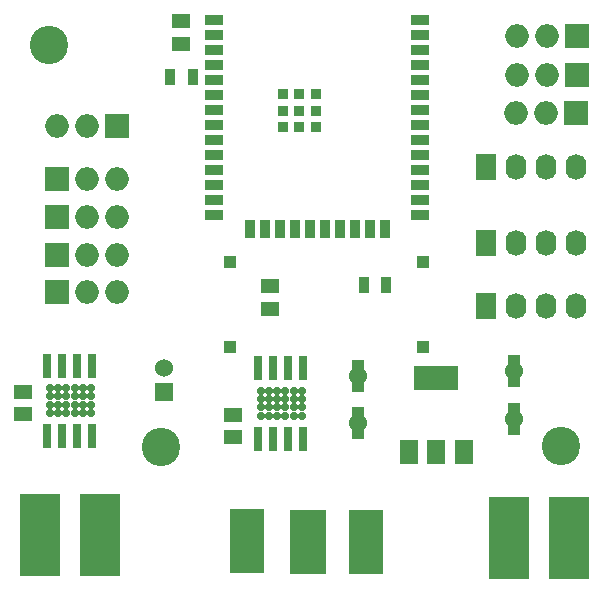
<source format=gbr>
%TF.GenerationSoftware,KiCad,Pcbnew,7.0.1*%
%TF.CreationDate,2023-08-30T15:08:01-03:00*%
%TF.ProjectId,Wakanda_MultiRobot,57616b61-6e64-4615-9f4d-756c7469526f,rev?*%
%TF.SameCoordinates,Original*%
%TF.FileFunction,Soldermask,Top*%
%TF.FilePolarity,Negative*%
%FSLAX46Y46*%
G04 Gerber Fmt 4.6, Leading zero omitted, Abs format (unit mm)*
G04 Created by KiCad (PCBNEW 7.0.1) date 2023-08-30 15:08:01*
%MOMM*%
%LPD*%
G01*
G04 APERTURE LIST*
%ADD10R,1.000760X1.000760*%
%ADD11R,1.498600X1.300480*%
%ADD12R,2.000000X2.000000*%
%ADD13O,2.000000X2.000000*%
%ADD14R,1.750000X2.200000*%
%ADD15O,1.750000X2.200000*%
%ADD16C,0.700000*%
%ADD17R,3.500000X7.000000*%
%ADD18R,1.500000X2.000000*%
%ADD19R,3.800000X2.000000*%
%ADD20C,1.524000*%
%ADD21R,1.000000X2.700000*%
%ADD22R,3.000000X5.500000*%
%ADD23R,3.100000X5.500000*%
%ADD24R,0.711200X2.000000*%
%ADD25C,3.250000*%
%ADD26R,1.524000X1.524000*%
%ADD27R,0.889000X1.397000*%
%ADD28R,1.500000X0.900000*%
%ADD29R,0.900000X1.500000*%
%ADD30R,0.900000X0.900000*%
G04 APERTURE END LIST*
D10*
%TO.C,EN1*%
X158750000Y-88849180D03*
X158750000Y-81650820D03*
%TD*%
D11*
%TO.C,C8*%
X154600000Y-63152500D03*
X154600000Y-61247500D03*
%TD*%
D12*
%TO.C,SW1*%
X149130000Y-70100000D03*
D13*
X146590000Y-70100000D03*
X144050000Y-70100000D03*
%TD*%
D14*
%TO.C,J9*%
X180440000Y-73600000D03*
D15*
X182980000Y-73600000D03*
X185520000Y-73600000D03*
X188060000Y-73600000D03*
%TD*%
D11*
%TO.C,C1*%
X141220000Y-94512500D03*
X141220000Y-92607500D03*
%TD*%
D16*
%TO.C,J12*%
X181500000Y-102880000D03*
X181500000Y-103500000D03*
X181500000Y-104100000D03*
X181500000Y-104720000D03*
X182100000Y-102880000D03*
X182100000Y-103500000D03*
X182100000Y-104100000D03*
X182100000Y-104720000D03*
D17*
X182360000Y-104960000D03*
D16*
X182700000Y-102860000D03*
X182700000Y-103480000D03*
X182700000Y-104080000D03*
X182700000Y-104700000D03*
X183300000Y-102880000D03*
X183300000Y-103500000D03*
X183300000Y-104100000D03*
X183300000Y-104720000D03*
X186600000Y-102880000D03*
X186600000Y-103500000D03*
X186600000Y-104100000D03*
X186600000Y-104720000D03*
X187200000Y-102880000D03*
X187200000Y-103500000D03*
X187200000Y-104100000D03*
X187200000Y-104720000D03*
D17*
X187440000Y-104960000D03*
D16*
X187800000Y-102880000D03*
X187800000Y-103500000D03*
X187800000Y-104100000D03*
X187800000Y-104720000D03*
X188400000Y-102880000D03*
X188400000Y-103500000D03*
X188400000Y-104100000D03*
X188400000Y-104720000D03*
%TD*%
D18*
%TO.C,U4*%
X173900000Y-97750000D03*
X176200000Y-97750000D03*
D19*
X176200000Y-91450000D03*
D18*
X178500000Y-97750000D03*
%TD*%
D12*
%TO.C,J4*%
X144060000Y-74600000D03*
D13*
X146600000Y-74600000D03*
X149140000Y-74600000D03*
%TD*%
D20*
%TO.C,C10*%
X182800000Y-94900000D03*
D21*
X182800000Y-94900000D03*
D20*
X182800000Y-90900000D03*
D21*
X182800000Y-90900000D03*
%TD*%
D12*
%TO.C,J2*%
X144060000Y-84200000D03*
D13*
X146600000Y-84200000D03*
X149140000Y-84200000D03*
%TD*%
D11*
%TO.C,C2*%
X159000000Y-96452500D03*
X159000000Y-94547500D03*
%TD*%
D20*
%TO.C,C9*%
X169600000Y-95300000D03*
D21*
X169600000Y-95300000D03*
D20*
X169600000Y-91300000D03*
D21*
X169600000Y-91300000D03*
%TD*%
D12*
%TO.C,J3*%
X144060000Y-81000000D03*
D13*
X146600000Y-81000000D03*
X149140000Y-81000000D03*
%TD*%
D16*
%TO.C,J1*%
X159240000Y-102930000D03*
X159240000Y-103550000D03*
X159240000Y-104150000D03*
X159240000Y-104770000D03*
X159840000Y-102930000D03*
X159840000Y-103550000D03*
X159840000Y-104150000D03*
X159840000Y-104770000D03*
D22*
X160160000Y-105280000D03*
D16*
X160440000Y-102910000D03*
X160440000Y-103530000D03*
X160440000Y-104130000D03*
X160440000Y-104750000D03*
X161040000Y-102930000D03*
X161040000Y-103550000D03*
X161040000Y-104150000D03*
X161040000Y-104770000D03*
X164340000Y-103010000D03*
X164340000Y-103630000D03*
X164340000Y-104230000D03*
X164340000Y-104850000D03*
X164940000Y-103010000D03*
X164940000Y-103630000D03*
X164940000Y-104230000D03*
X164940000Y-104850000D03*
D23*
X165290000Y-105330000D03*
D16*
X165540000Y-103010000D03*
X165540000Y-103630000D03*
X165540000Y-104230000D03*
X165540000Y-104850000D03*
X166140000Y-103010000D03*
X166140000Y-103630000D03*
X166140000Y-104230000D03*
X166140000Y-104830000D03*
X169450000Y-103630000D03*
X169450000Y-104900000D03*
X169470000Y-103030000D03*
X169470000Y-104300000D03*
X170020000Y-103630000D03*
X170020000Y-104900000D03*
X170040000Y-103030000D03*
X170040000Y-104300000D03*
D22*
X170230000Y-105330000D03*
D16*
X170650000Y-103630000D03*
X170650000Y-104900000D03*
X170670000Y-103030000D03*
X170670000Y-104300000D03*
X171250000Y-103630000D03*
X171250000Y-104900000D03*
X171270000Y-103030000D03*
X171270000Y-104300000D03*
%TD*%
D24*
%TO.C,U3*%
X164915000Y-90640000D03*
D16*
X164810000Y-94640000D03*
X164810000Y-93940000D03*
X164810000Y-93240000D03*
X164810000Y-92540000D03*
X164110000Y-94640000D03*
X164110000Y-93940000D03*
X164110000Y-93240000D03*
X164110000Y-92540000D03*
X163410000Y-94640000D03*
X163410000Y-93940000D03*
X163410000Y-93240000D03*
X163410000Y-92540000D03*
X162710000Y-94640000D03*
X162710000Y-93940000D03*
X162710000Y-93240000D03*
X162710000Y-92540000D03*
X162010000Y-94640000D03*
X162010000Y-93940000D03*
X162010000Y-93240000D03*
X162010000Y-92540000D03*
X161310000Y-94640000D03*
X161310000Y-93940000D03*
X161310000Y-93240000D03*
X161310000Y-92540000D03*
D24*
X163645000Y-90640000D03*
X162375000Y-90640000D03*
X161105000Y-90640000D03*
X161105000Y-96640000D03*
X162375000Y-96640000D03*
X163645000Y-96640000D03*
X164915000Y-96640000D03*
%TD*%
D25*
%TO.C,P3*%
X186790000Y-97190000D03*
%TD*%
D26*
%TO.C,C3*%
X153100000Y-92600000D03*
D20*
X153100000Y-90600000D03*
%TD*%
D14*
%TO.C,J10*%
X180420000Y-80000000D03*
D15*
X182960000Y-80000000D03*
X185500000Y-80000000D03*
X188040000Y-80000000D03*
%TD*%
D27*
%TO.C,R3*%
X155552500Y-66000000D03*
X153647500Y-66000000D03*
%TD*%
D12*
%TO.C,J7*%
X188115000Y-62500000D03*
D13*
X185575000Y-62500000D03*
X183035000Y-62500000D03*
%TD*%
D11*
%TO.C,C7*%
X162100000Y-83700000D03*
X162100000Y-85605000D03*
%TD*%
D14*
%TO.C,J14*%
X180390000Y-85400000D03*
D15*
X182930000Y-85400000D03*
X185470000Y-85400000D03*
X188010000Y-85400000D03*
%TD*%
D12*
%TO.C,J6*%
X188040000Y-69000000D03*
D13*
X185500000Y-69000000D03*
X182960000Y-69000000D03*
%TD*%
D27*
%TO.C,R4*%
X171952500Y-83600000D03*
X170047500Y-83600000D03*
%TD*%
D24*
%TO.C,U2*%
X147080000Y-90400000D03*
D16*
X146975000Y-94400000D03*
X146975000Y-93700000D03*
X146975000Y-93000000D03*
X146975000Y-92300000D03*
X146275000Y-94400000D03*
X146275000Y-93700000D03*
X146275000Y-93000000D03*
X146275000Y-92300000D03*
X145575000Y-94400000D03*
X145575000Y-93700000D03*
X145575000Y-93000000D03*
X145575000Y-92300000D03*
X144875000Y-94400000D03*
X144875000Y-93700000D03*
X144875000Y-93000000D03*
X144875000Y-92300000D03*
X144175000Y-94400000D03*
X144175000Y-93700000D03*
X144175000Y-93000000D03*
X144175000Y-92300000D03*
X143475000Y-94400000D03*
X143475000Y-93700000D03*
X143475000Y-93000000D03*
X143475000Y-92300000D03*
D24*
X145810000Y-90400000D03*
X144540000Y-90400000D03*
X143270000Y-90400000D03*
X143270000Y-96400000D03*
X144540000Y-96400000D03*
X145810000Y-96400000D03*
X147080000Y-96400000D03*
%TD*%
D25*
%TO.C,P2*%
X152850000Y-97310000D03*
%TD*%
D12*
%TO.C,J5*%
X188140000Y-65800000D03*
D13*
X185600000Y-65800000D03*
X183060000Y-65800000D03*
%TD*%
D12*
%TO.C,J8*%
X144060000Y-77800000D03*
D13*
X146600000Y-77800000D03*
X149140000Y-77800000D03*
%TD*%
D28*
%TO.C,U1*%
X157350000Y-62380000D03*
X157350000Y-64920000D03*
X157350000Y-66190000D03*
X157350000Y-63650000D03*
X157350000Y-67460000D03*
X157350000Y-68730000D03*
X157350000Y-70000000D03*
X157350000Y-71270000D03*
X157350000Y-72540000D03*
X157350000Y-73810000D03*
X157350000Y-75080000D03*
X157350000Y-76350000D03*
X157350000Y-77620000D03*
D29*
X161655000Y-78870000D03*
X170545000Y-78870000D03*
X171815000Y-78870000D03*
D28*
X174850000Y-77620000D03*
X174850000Y-76350000D03*
X174850000Y-75080000D03*
X174850000Y-73810000D03*
D29*
X162925000Y-78870000D03*
X164195000Y-78870000D03*
X165465000Y-78870000D03*
X166735000Y-78870000D03*
X168005000Y-78870000D03*
X169275000Y-78870000D03*
D28*
X174850000Y-72540000D03*
X174850000Y-71270000D03*
X174850000Y-62380000D03*
X174850000Y-70000000D03*
X174850000Y-63650000D03*
X174850000Y-66190000D03*
X174850000Y-64920000D03*
X174850000Y-67460000D03*
X157350000Y-61110000D03*
D29*
X160385000Y-78870000D03*
D30*
X163200000Y-67430000D03*
X163200000Y-68830000D03*
X163200000Y-70230000D03*
X164600000Y-67430000D03*
X164600000Y-68830000D03*
X164600000Y-70230000D03*
X166000000Y-67430000D03*
X166000000Y-68830000D03*
X166000000Y-70230000D03*
D28*
X174850000Y-61110000D03*
X174850000Y-68730000D03*
%TD*%
D25*
%TO.C,P4*%
X143400000Y-63300000D03*
%TD*%
D16*
%TO.C,J11*%
X141750000Y-102630000D03*
X141750000Y-103250000D03*
X141750000Y-103850000D03*
X141750000Y-104470000D03*
X142350000Y-102630000D03*
X142350000Y-103250000D03*
X142350000Y-103850000D03*
X142350000Y-104470000D03*
D17*
X142610000Y-104710000D03*
D16*
X142950000Y-102610000D03*
X142950000Y-103230000D03*
X142950000Y-103830000D03*
X142950000Y-104450000D03*
X143550000Y-102630000D03*
X143550000Y-103250000D03*
X143550000Y-103850000D03*
X143550000Y-104470000D03*
X146850000Y-102630000D03*
X146850000Y-103250000D03*
X146850000Y-103850000D03*
X146850000Y-104470000D03*
X147450000Y-102630000D03*
X147450000Y-103250000D03*
X147450000Y-103850000D03*
X147450000Y-104470000D03*
D17*
X147690000Y-104710000D03*
D16*
X148050000Y-102630000D03*
X148050000Y-103250000D03*
X148050000Y-103850000D03*
X148050000Y-104470000D03*
X148650000Y-102630000D03*
X148650000Y-103250000D03*
X148650000Y-103850000D03*
X148650000Y-104470000D03*
%TD*%
D10*
%TO.C,BOOT1*%
X175050000Y-88799180D03*
X175050000Y-81600820D03*
%TD*%
M02*

</source>
